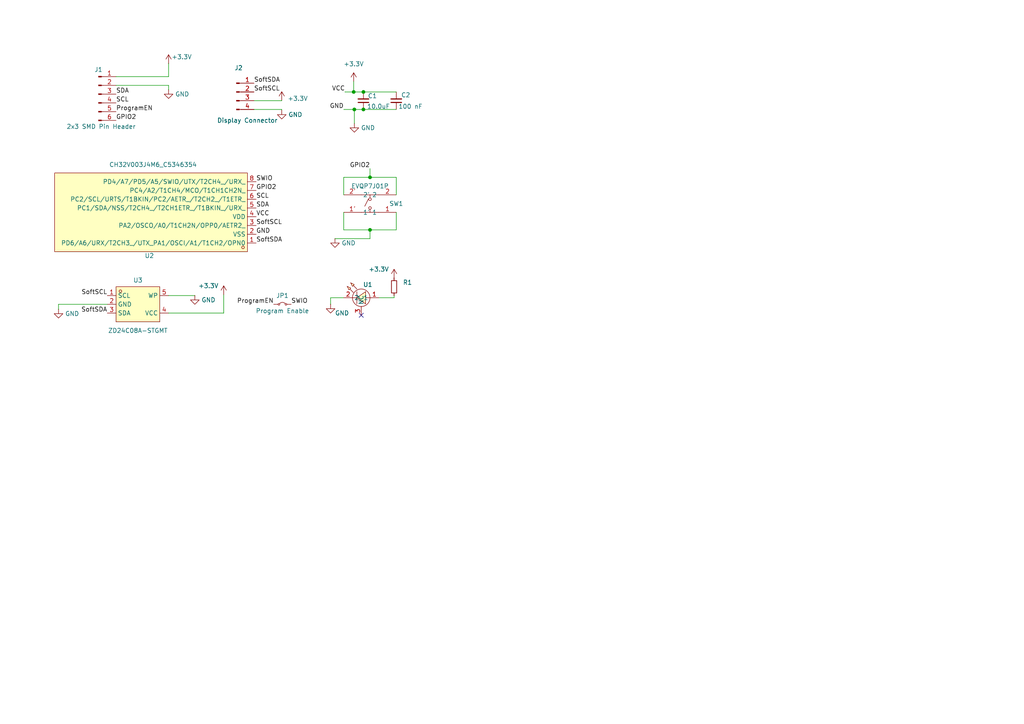
<source format=kicad_sch>
(kicad_sch (version 20231120) (generator "eeschema") (generator_version "8.0")
  (paper "A4")
  (lib_symbols
    (symbol "Connector:Conn_01x04_Pin" (pin_names (offset 1.016) hide)
      (property "Reference" "J" (at 0 5.08 0))
      (property "Value" "Conn_01x04_Pin" (at 0 -7.62 0))
      (symbol "Conn_01x04_Pin_1_1"
        (polyline (pts (xy 1.27 -5.08) (xy 0.8636 -5.08)) (stroke (width 0.1524)))
        (polyline (pts (xy 1.27 -2.54) (xy 0.8636 -2.54)) (stroke (width 0.1524)))
        (polyline (pts (xy 1.27 0) (xy 0.8636 0)) (stroke (width 0.1524)))
        (polyline (pts (xy 1.27 2.54) (xy 0.8636 2.54)) (stroke (width 0.1524)))
        (rectangle (start 0.8636 -4.953) (end 0 -5.207) (stroke (width 0.1524)) (fill (type outline)))
        (rectangle (start 0.8636 -2.413) (end 0 -2.667) (stroke (width 0.1524)) (fill (type outline)))
        (rectangle (start 0.8636 0.127) (end 0 -0.127) (stroke (width 0.1524)) (fill (type outline)))
        (rectangle (start 0.8636 2.667) (end 0 2.413) (stroke (width 0.1524)) (fill (type outline)))
        (pin passive line (at 5.08 2.54 180) (length 3.81) (name "Pin_1") (number "1"))
        (pin passive line (at 5.08 0 180) (length 3.81) (name "Pin_2") (number "2"))
        (pin passive line (at 5.08 -2.54 180) (length 3.81) (name "Pin_3") (number "3"))
        (pin passive line (at 5.08 -5.08 180) (length 3.81) (name "Pin_4") (number "4"))
      )
    )
    (symbol "Connector:Conn_01x06_Pin" (pin_names (offset 1.016) hide)
      (property "Reference" "J" (at 0 7.62 0))
      (property "Value" "Conn_01x06_Pin" (at 0 -10.16 0))
      (symbol "Conn_01x06_Pin_1_1"
        (polyline (pts (xy 1.27 -7.62) (xy 0.8636 -7.62)) (stroke (width 0.1524)))
        (polyline (pts (xy 1.27 -5.08) (xy 0.8636 -5.08)) (stroke (width 0.1524)))
        (polyline (pts (xy 1.27 -2.54) (xy 0.8636 -2.54)) (stroke (width 0.1524)))
        (polyline (pts (xy 1.27 0) (xy 0.8636 0)) (stroke (width 0.1524)))
        (polyline (pts (xy 1.27 2.54) (xy 0.8636 2.54)) (stroke (width 0.1524)))
        (polyline (pts (xy 1.27 5.08) (xy 0.8636 5.08)) (stroke (width 0.1524)))
        (rectangle (start 0.8636 -7.493) (end 0 -7.747) (stroke (width 0.1524)) (fill (type outline)))
        (rectangle (start 0.8636 -4.953) (end 0 -5.207) (stroke (width 0.1524)) (fill (type outline)))
        (rectangle (start 0.8636 -2.413) (end 0 -2.667) (stroke (width 0.1524)) (fill (type outline)))
        (rectangle (start 0.8636 0.127) (end 0 -0.127) (stroke (width 0.1524)) (fill (type outline)))
        (rectangle (start 0.8636 2.667) (end 0 2.413) (stroke (width 0.1524)) (fill (type outline)))
        (rectangle (start 0.8636 5.207) (end 0 4.953) (stroke (width 0.1524)) (fill (type outline)))
        (pin passive line (at 5.08 5.08 180) (length 3.81) (name "Pin_1") (number "1"))
        (pin passive line (at 5.08 2.54 180) (length 3.81) (name "Pin_2") (number "2"))
        (pin passive line (at 5.08 0 180) (length 3.81) (name "Pin_3") (number "3"))
        (pin passive line (at 5.08 -2.54 180) (length 3.81) (name "Pin_4") (number "4"))
        (pin passive line (at 5.08 -5.08 180) (length 3.81) (name "Pin_5") (number "5"))
        (pin passive line (at 5.08 -7.62 180) (length 3.81) (name "Pin_6") (number "6"))
      )
    )
    (symbol "Device:C_Small" (pin_numbers hide) (pin_names (offset 0.254) hide)
      (property "Reference" "C" (at 0.254 1.778 0))
      (property "Value" "C_Small" (at 0.254 -2.032 0))
      (symbol "C_Small_0_1"
        (polyline (pts (xy -1.524 -0.508) (xy 1.524 -0.508)) (stroke (width 0.3302)))
        (polyline (pts (xy -1.524 0.508) (xy 1.524 0.508)) (stroke (width 0.3048)))
      )
      (symbol "C_Small_1_1"
        (pin passive line (at 0 2.54 270) (length 2.032) (name "~") (number "1"))
        (pin passive line (at 0 -2.54 90) (length 2.032) (name "~") (number "2"))
      )
    )
    (symbol "Device:R_Small" (pin_numbers hide) (pin_names (offset 0.254) hide)
      (property "Reference" "R" (at 0.762 0.508 0))
      (property "Value" "R_Small" (at 0.762 -1.016 0))
      (symbol "R_Small_0_1"
        (rectangle (start -0.762 1.778) (end 0.762 -1.778) (stroke (width 0.2032)))
      )
      (symbol "R_Small_1_1"
        (pin passive line (at 0 2.54 270) (length 0.762) (name "~") (number "1"))
        (pin passive line (at 0 -2.54 90) (length 0.762) (name "~") (number "2"))
      )
    )
    (symbol "Jumper:Jumper_2_Small_Bridged" (pin_numbers hide) (pin_names (offset 0) hide) (exclude_from_sim yes)
      (property "Reference" "JP" (at 0 2.032 0))
      (property "Value" "Jumper_2_Small_Bridged" (at 0 -2.286 0))
      (symbol "Jumper_2_Small_Bridged_0_0"
        (circle (center -1.016 0) (radius 0.254))
        (circle (center 1.016 0) (radius 0.254))
      )
      (symbol "Jumper_2_Small_Bridged_0_1"
        (arc (start 0.762 0.254) (mid 0 0.5696) (end -0.762 0.254))
      )
      (symbol "Jumper_2_Small_Bridged_1_1"
        (pin passive line (at -2.54 0 0) (length 1.27) (name "A") (number "1"))
        (pin passive line (at 2.54 0 180) (length 1.27) (name "B") (number "2"))
      )
    )
    (symbol "easyeda2kicad:A-SP110GHC-C01-2C"
      (property "Reference" "U" (at 0 5.08 0))
      (property "Value" "A-SP110GHC-C01-2C" (at 0 -10.16 0))
      (symbol "A-SP110GHC-C01-2C_0_1"
        (polyline (pts (xy -1.27 0) (xy -2.54 0)))
        (polyline (pts (xy -1.27 1.78) (xy -1.27 -1.78)))
        (polyline (pts (xy 2.54 0) (xy 1.27 0)))
        (polyline (pts (xy -2.29 1.52) (xy -3.3 2.54) (xy -2.29 1.52)) (fill (type background)))
        (polyline (pts (xy -1.27 2.54) (xy -2.29 3.56) (xy -1.27 2.54)) (fill (type background)))
        (polyline (pts (xy -4.06 3.3) (xy -3.05 2.79) (xy -3.56 2.29) (xy -4.06 3.3)) (fill (type background)))
        (polyline (pts (xy -3.05 4.32) (xy -2.03 3.81) (xy -2.54 3.3) (xy -3.05 4.32)) (fill (type background)))
        (polyline (pts (xy 1.27 1.78) (xy -1.27 0) (xy 1.27 -1.78) (xy 1.27 1.78)) (fill (type background)))
        (circle (center 0 0) (radius 2.54))
        (pin unspecified line (at 5.08 0 180) (length 2.54) (name "1") (number "1"))
        (pin unspecified line (at -5.08 0 0) (length 2.54) (name "2") (number "2"))
        (pin unspecified line (at 0 -5.08 90) (length 2.54) (name "NC") (number "3"))
      )
    )
    (symbol "easyeda2kicad:CH32V003J4M6_C5346354"
      (property "Reference" "U" (at 0 8.89 0))
      (property "Value" "CH32V003J4M6_C5346354" (at 0.254 -17.272 0))
      (symbol "CH32V003J4M6_C5346354_0_1"
        (rectangle (start -27.94 7.62) (end 27.94 -15.24) (fill (type background)))
        (circle (center -26.67 6.35) (radius 0.38))
        (pin unspecified line (at -30.48 5.08 0) (length 2.54) (name "PD6/A6/URX/T2CH3_/UTX_PA1/OSCI/A1/T1CH2/OPN0") (number "1"))
        (pin unspecified line (at -30.48 2.54 0) (length 2.54) (name "VSS") (number "2"))
        (pin unspecified line (at -30.48 0 0) (length 2.54) (name "PA2/OSCO/A0/T1CH2N/OPP0/AETR2_") (number "3"))
        (pin unspecified line (at -30.48 -2.54 0) (length 2.54) (name "VDD") (number "4"))
        (pin unspecified line (at -30.48 -5.08 0) (length 2.54) (name "PC1/SDA/NSS/T2CH4_/T2CH1ETR_/T1BKIN_/URX_") (number "5"))
        (pin unspecified line (at -30.48 -7.62 0) (length 2.54) (name "PC2/SCL/URTS/T1BKIN/PC2/AETR_/T2CH2_/T1ETR_") (number "6"))
        (pin unspecified line (at -30.48 -10.16 0) (length 2.54) (name "PC4/A2/T1CH4/MCO/T1CH1CH2N_") (number "7"))
      )
      (symbol "CH32V003J4M6_C5346354_1_1"
        (pin unspecified line (at -30.48 -12.7 0) (length 2.54) (name "PD4/A7/PD5/A5/SWIO/UTX/T2CH4_/URX_") (number "8"))
      )
    )
    (symbol "easyeda2kicad:EVQP7J01P"
      (property "Reference" "SW" (at 0 7.62 0))
      (property "Value" "EVQP7J01P" (at 0 -7.62 0))
      (symbol "EVQP7J01P_0_1"
        (circle (center 0 -1.27) (radius 0.38))
        (polyline (pts (xy -2.54 -2.54) (xy 2.54 -2.54)))
        (polyline (pts (xy 0 1.78) (xy 0 2.54)))
        (polyline (pts (xy 0.51 -1.27) (xy 1.52 0.76)))
        (polyline (pts (xy 2.54 2.54) (xy -2.54 2.54)))
        (polyline (pts (xy 0 -2.54) (xy 0 -1.78) (xy 0 -1.78)))
        (circle (center 0 1.27) (radius 0.38))
        (pin unspecified line (at -7.62 2.54 0) (length 5.08) (name "1") (number "1"))
        (pin unspecified line (at 7.62 2.54 180) (length 5.08) (name "1'") (number "1'"))
        (pin unspecified line (at -7.62 -2.54 0) (length 5.08) (name "2") (number "2"))
        (pin unspecified line (at 7.62 -2.54 180) (length 5.08) (name "2'") (number "2'"))
      )
    )
    (symbol "easyeda2kicad:ZD24C08A-STGMT"
      (property "Reference" "U" (at 0 7.62 0))
      (property "Value" "ZD24C08A-STGMT" (at 0 -7.62 0))
      (symbol "ZD24C08A-STGMT_0_1"
        (rectangle (start -6.35 5.08) (end 6.35 -5.08) (fill (type background)))
        (circle (center -5.08 3.81) (radius 0.38))
        (pin unspecified line (at -8.89 2.54 0) (length 2.54) (name "SCL") (number "1"))
        (pin unspecified line (at -8.89 0 0) (length 2.54) (name "GND") (number "2"))
        (pin unspecified line (at -8.89 -2.54 0) (length 2.54) (name "SDA") (number "3"))
        (pin unspecified line (at 8.89 -2.54 180) (length 2.54) (name "VCC") (number "4"))
        (pin unspecified line (at 8.89 2.54 180) (length 2.54) (name "WP") (number "5"))
      )
    )
    (symbol "power:+3.3V" (power) (pin_numbers hide) (pin_names (offset 0) hide)
      (property "Value" "+3.3V" (at 0 3.556 0))
      (symbol "+3.3V_0_1"
        (polyline (pts (xy -0.762 1.27) (xy 0 2.54)))
        (polyline (pts (xy 0 0) (xy 0 2.54)))
        (polyline (pts (xy 0 2.54) (xy 0.762 1.27)))
      )
      (symbol "+3.3V_1_1"
        (pin power_in line (at 0 0 90) (length 0) (name "~") (number "1"))
      )
    )
    (symbol "power:GND" (power) (pin_numbers hide) (pin_names (offset 0) hide)
      (property "Value" "GND" (at 0 -3.81 0))
      (symbol "GND_0_1"
        (polyline (pts (xy 0 0) (xy 0 -1.27) (xy 1.27 -1.27) (xy 0 -2.54) (xy -1.27 -1.27) (xy 0 -1.27)))
      )
      (symbol "GND_1_1"
        (pin power_in line (at 0 0 270) (length 0) (name "~") (number "1"))
      )
    )
  )
  (junction (at 105.41 31.75))
  (junction (at 102.5862 26.67))
  (junction (at 102.7794 31.75))
  (junction (at 105.41 26.67))
  (junction (at 107.315 66.675))
  (junction (at 107.315 51.435))
  (no_connect (at 104.775 91.44))
  (wire (pts (xy 100.0711 26.67) (xy 100.0711 26.6524)))
  (wire (pts (xy 73.66 31.75) (xy 81.7181 31.75)))
  (wire (pts (xy 33.655 22.225) (xy 48.895 22.225)))
  (wire (pts (xy 102.7794 31.75) (xy 105.41 31.75)))
  (wire (pts (xy 99.695 51.435) (xy 107.315 51.435)))
  (wire (pts (xy 109.855 86.36) (xy 114.3 86.36)))
  (wire (pts (xy 107.315 51.435) (xy 114.935 51.435)))
  (wire (pts (xy 16.9747 88.265) (xy 16.9747 89.7095)))
  (wire (pts (xy 105.41 26.67) (xy 114.935 26.67)))
  (wire (pts (xy 107.315 48.895) (xy 107.315 51.435)))
  (wire (pts (xy 81.7181 29.21) (xy 81.7181 29.1352)))
  (wire (pts (xy 114.3 86.36) (xy 114.3 85.725)))
  (wire (pts (xy 102.7794 31.75) (xy 102.7794 35.8085)))
  (wire (pts (xy 81.7181 31.75) (xy 81.7181 31.9742)))
  (wire (pts (xy 99.695 56.515) (xy 99.695 51.435)))
  (wire (pts (xy 31.115 88.265) (xy 16.9747 88.265)))
  (wire (pts (xy 105.41 31.75) (xy 114.935 31.75)))
  (wire (pts (xy 48.895 90.805) (xy 64.887 90.805)))
  (wire (pts (xy 102.5862 23.6347) (xy 102.5862 26.67)))
  (wire (pts (xy 107.315 66.675) (xy 107.315 69.215)))
  (wire (pts (xy 48.895 22.225) (xy 48.895 18.415)))
  (wire (pts (xy 102.5862 26.67) (xy 100.0711 26.67)))
  (wire (pts (xy 114.935 56.515) (xy 114.935 51.435)))
  (wire (pts (xy 64.887 85.444) (xy 64.887 90.805)))
  (wire (pts (xy 48.895 85.725) (xy 56.515 85.725)))
  (wire (pts (xy 99.695 61.595) (xy 99.695 66.675)))
  (wire (pts (xy 99.695 31.75) (xy 102.7794 31.75)))
  (wire (pts (xy 114.935 66.675) (xy 114.935 61.595)))
  (wire (pts (xy 95.885 86.36) (xy 95.885 88.265)))
  (wire (pts (xy 33.655 24.765) (xy 48.895 24.765)))
  (wire (pts (xy 107.315 66.675) (xy 114.935 66.675)))
  (wire (pts (xy 99.695 66.675) (xy 107.315 66.675)))
  (wire (pts (xy 73.66 29.21) (xy 81.7181 29.21)))
  (wire (pts (xy 102.5862 26.67) (xy 105.41 26.67)))
  (wire (pts (xy 48.895 24.765) (xy 48.895 26.035)))
  (wire (pts (xy 99.695 86.36) (xy 95.885 86.36)))
  (wire (pts (xy 97.155 69.215) (xy 107.315 69.215)))
  (label "VCC" (at 74.295 62.865 0))
  (label "ProgramEN" (at 33.655 32.385 0))
  (label "ProgramEN" (at 79.375 88.265 180))
  (label "SDA" (at 33.655 27.305 0))
  (label "SoftSDA" (at 73.66 24.13 0))
  (label "SDA" (at 74.295 60.325 0))
  (label "GND" (at 99.695 31.75 180))
  (label "SWIO" (at 84.455 88.265 0))
  (label "VCC" (at 100.0711 26.6524 180))
  (label "SoftSCL" (at 74.295 65.405 0))
  (label "SoftSCL" (at 73.66 26.67 0))
  (label "SWIO" (at 74.295 52.705 0))
  (label "GPIO2" (at 107.315 48.895 180))
  (label "SoftSDA" (at 74.295 70.485 0))
  (label "GPIO2" (at 33.655 34.925 0))
  (label "GND" (at 74.295 67.945 0))
  (label "SCL" (at 33.655 29.845 0))
  (label "SoftSDA" (at 31.115 90.805 180))
  (label "GPIO2" (at 74.295 55.245 0))
  (label "SCL" (at 74.295 57.785 0))
  (label "SoftSCL" (at 31.115 85.725 180))
  (symbol (lib_id "Jumper:Jumper_2_Small_Bridged") (at 81.915 88.265 0) (unit 1) (exclude_from_sim yes)
    (property "Reference" "JP1" (at 81.915 85.725 0))
    (property "Value" "Program Enable" (at 81.915 90.17 0))
    (property "Footprint" "Jumper:SolderJumper-2_P1.3mm_Bridged_RoundedPad1.0x1.5mm" (effects (hide yes)))
    (property "Description" "Jumper, 2-pole, small symbol, bridged" (effects (hide yes)))
  )
  (symbol (lib_id "easyeda2kicad:ZD24C08A-STGMT") (at 40.005 88.265 0) (unit 1)
    (property "Reference" "U3" (at 40.005 81.28 0))
    (property "Value" "ZD24C08A-STGMT" (at 40.005 95.885 0))
    (property "Footprint" "easyeda2kicad:SOT-23-5_L3.0-W1.7-P0.95-LS2.8-BL" (effects (hide yes)))
    (property "LCSC Part" "C2896640" (effects (hide yes)))
  )
  (symbol (lib_id "power:GND") (at 102.7794 35.8085 0) (unit 1)
    (property "Reference" "#PWR03" (effects (hide yes)))
    (property "Value" "GND" (at 104.6844 37.0784 0) (effects (justify left)))
    (property "Description" "Power symbol creates a global label with name \"GND\" , ground" (effects (hide yes)))
  )
  (symbol (lib_id "power:+3.3V") (at 64.887 85.444 0) (unit 1)
    (property "Reference" "#PWR011" (effects (hide yes)))
    (property "Value" "+3.3V" (at 60.442 82.904 0))
    (property "Description" "Power symbol creates a global label with name \"+3.3V\"" (effects (hide yes)))
  )
  (symbol (lib_id "Device:C_Small") (at 114.935 29.21 180) (unit 1)
    (property "Reference" "C2" (at 116.332 27.559 0) (effects (justify right)))
    (property "Value" "100 nF" (at 115.525 30.8813 0) (effects (justify right)))
    (property "Footprint" "Capacitor_SMD:C_0805_2012Metric" (effects (hide yes)))
    (property "Description" "Unpolarized capacitor, small symbol" (effects (hide yes)))
  )
  (symbol (lib_id "power:GND") (at 16.9747 89.7095 0) (unit 1)
    (property "Reference" "#PWR012" (effects (hide yes)))
    (property "Value" "GND" (at 18.8797 90.9794 0) (effects (justify left)))
    (property "Description" "Power symbol creates a global label with name \"GND\" , ground" (effects (hide yes)))
  )
  (symbol (lib_id "Connector:Conn_01x04_Pin") (at 68.58 26.67 0) (unit 1)
    (property "Reference" "J2" (at 69.215 19.685 0))
    (property "Value" "Display Connector" (at 71.755 34.925 0))
    (property "Footprint" "Aaron:1x04_SMD_OLED" (effects (hide yes)))
    (property "Description" "Generic connector, single row, 01x04, script generated" (effects (hide yes)))
  )
  (symbol (lib_id "Device:R_Small") (at 114.3 83.185 0) (unit 1)
    (property "Reference" "R1" (at 116.84 81.9149 0) (effects (justify left)))
    (property "Value" "1.8Kohm" (effects (hide yes)))
    (property "Footprint" "Resistor_SMD:R_0805_2012Metric" (effects (hide yes)))
    (property "Description" "Resistor, small symbol" (effects (hide yes)))
  )
  (symbol (lib_id "easyeda2kicad:EVQP7J01P") (at 107.315 59.055 180) (unit 1)
    (property "Reference" "SW1" (at 114.935 59.055 0))
    (property "Value" "EVQP7J01P" (at 107.315 53.975 0))
    (property "Footprint" "easyeda2kicad:SW-SMD_EVQP7J01P" (effects (hide yes)))
    (property "LCSC Part" "C2828254" (effects (hide yes)))
  )
  (symbol (lib_id "power:+3.3V") (at 114.3 80.645 0) (unit 1)
    (property "Reference" "#PWR09" (effects (hide yes)))
    (property "Value" "+3.3V" (at 109.855 78.105 0))
    (property "Description" "Power symbol creates a global label with name \"+3.3V\"" (effects (hide yes)))
  )
  (symbol (lib_id "power:+3.3V") (at 81.7181 29.1352 0) (unit 1)
    (property "Reference" "#PWR07" (effects (hide yes)))
    (property "Value" "+3.3V" (at 86.36 28.575 0))
    (property "Description" "Power symbol creates a global label with name \"+3.3V\"" (effects (hide yes)))
  )
  (symbol (lib_id "easyeda2kicad:CH32V003J4M6_C5346354") (at 43.815 65.405 180) (unit 1)
    (property "Reference" "U2" (at 44.704 74.168 0) (effects (justify left)))
    (property "Value" "CH32V003J4M6_C5346354" (at 57.15 47.752 0) (effects (justify left)))
    (property "Footprint" "easyeda2kicad:SOP-8_L4.9-W3.8-P1.27-LS6.0-BL" (effects (hide yes)))
    (property "LCSC Part" "C5346354" (effects (hide yes)))
  )
  (symbol (lib_id "power:GND") (at 48.895 26.035 0) (unit 1)
    (property "Reference" "#PWR05" (effects (hide yes)))
    (property "Value" "GND" (at 50.8 27.3049 0) (effects (justify left)))
    (property "Description" "Power symbol creates a global label with name \"GND\" , ground" (effects (hide yes)))
  )
  (symbol (lib_id "power:GND") (at 56.515 85.725 0) (unit 1)
    (property "Reference" "#PWR010" (effects (hide yes)))
    (property "Value" "GND" (at 58.42 86.9949 0) (effects (justify left)))
    (property "Description" "Power symbol creates a global label with name \"GND\" , ground" (effects (hide yes)))
  )
  (symbol (lib_id "power:+3.3V") (at 48.895 18.415 0) (unit 1)
    (property "Reference" "#PWR04" (effects (hide yes)))
    (property "Value" "+3.3V" (at 52.705 16.51 0))
    (property "Description" "Power symbol creates a global label with name \"+3.3V\"" (effects (hide yes)))
  )
  (symbol (lib_id "power:GND") (at 95.885 88.265 0) (unit 1)
    (property "Reference" "#PWR01" (effects (hide yes)))
    (property "Value" "GND" (at 97.155 90.805 0) (effects (justify left)))
    (property "Description" "Power symbol creates a global label with name \"GND\" , ground" (effects (hide yes)))
  )
  (symbol (lib_id "power:GND") (at 81.7181 31.9742 0) (unit 1)
    (property "Reference" "#PWR06" (effects (hide yes)))
    (property "Value" "GND" (at 83.6231 33.2441 0) (effects (justify left)))
    (property "Description" "Power symbol creates a global label with name \"GND\" , ground" (effects (hide yes)))
  )
  (symbol (lib_id "power:+3.3V") (at 102.5862 23.6347 0) (unit 1)
    (property "Reference" "#PWR02" (effects (hide yes)))
    (property "Value" "+3.3V" (at 102.5862 18.5547 0))
    (property "Description" "Power symbol creates a global label with name \"+3.3V\"" (effects (hide yes)))
  )
  (symbol (lib_id "power:GND") (at 97.155 69.215 0) (unit 1)
    (property "Reference" "#PWR08" (effects (hide yes)))
    (property "Value" "GND" (at 99.06 70.4849 0) (effects (justify left)))
    (property "Description" "Power symbol creates a global label with name \"GND\" , ground" (effects (hide yes)))
  )
  (symbol (lib_id "easyeda2kicad:A-SP110GHC-C01-2C") (at 104.775 86.36 0) (unit 1)
    (property "Reference" "U1" (at 106.68 82.55 0))
    (property "Value" "A-SP110GHC-C01-2C" (effects (hide yes)))
    (property "Footprint" "easyeda2kicad:LED-SMD_L3.0-W1.5_MHS110WDT-C1" (effects (hide yes)))
    (property "LCSC Part" "C5151480" (effects (hide yes)))
  )
  (symbol (lib_id "Device:C_Small") (at 105.41 29.21 180) (unit 1)
    (property "Reference" "C1" (at 106.68 27.813 0) (effects (justify right)))
    (property "Value" "10.0uF" (at 106.426 30.861 0) (effects (justify right)))
    (property "Footprint" "Capacitor_SMD:C_0805_2012Metric" (effects (hide yes)))
    (property "Description" "Unpolarized capacitor, small symbol" (effects (hide yes)))
  )
  (symbol (lib_id "Connector:Conn_01x06_Pin") (at 28.575 27.305 0) (unit 1)
    (property "Reference" "J1" (at 28.575 20.193 0))
    (property "Value" "2x3 SMD Pin Header" (at 29.337 36.703 0))
    (property "Footprint" "Connector_PinHeader_2.54mm:PinHeader_2x03_P2.54mm_Vertical_SMD" (effects (hide yes)))
    (property "Description" "Generic connector, single row, 01x06, script generated" (effects (hide yes)))
  )
)
</source>
